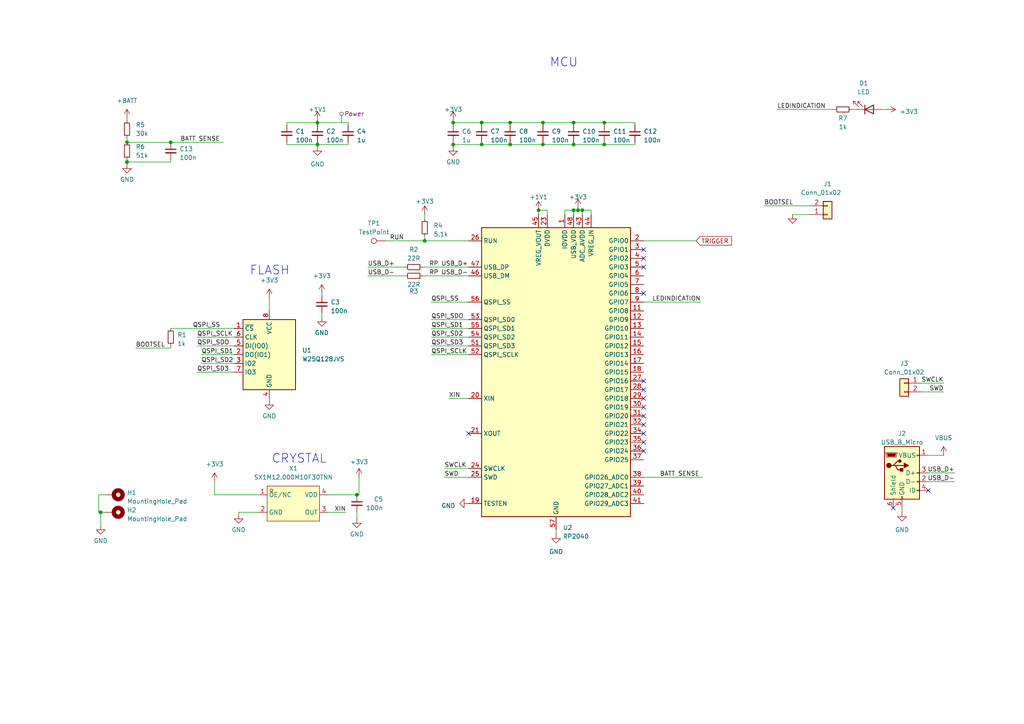
<source format=kicad_sch>
(kicad_sch (version 20231120) (generator "eeschema") (generator_version "8.0")
  (paper "A4")
  (lib_symbols
    (symbol "Connector:TestPoint" (pin_numbers hide) (pin_names (offset 0.762) hide)
      (property "Reference" "TP" (at 0 6.858 0))
      (property "Value" "TestPoint" (at 0 5.08 0))
      (symbol "TestPoint_0_1"
        (circle (center 0 3.302) (radius 0.762))
      )
      (symbol "TestPoint_1_1"
        (pin passive line (at 0 0 90) (length 2.54) (name "1") (number "1"))
      )
    )
    (symbol "Connector:USB_B_Micro" (pin_names (offset 1.016))
      (property "Reference" "J" (at -5.08 11.43 0))
      (property "Value" "USB_B_Micro" (at -5.08 8.89 0))
      (symbol "USB_B_Micro_0_1"
        (rectangle (start -5.08 -7.62) (end 5.08 7.62) (stroke (width 0.254)) (fill (type background)))
        (circle (center -3.81 2.159) (radius 0.635) (stroke (width 0.254)) (fill (type outline)))
        (circle (center -0.635 3.429) (radius 0.381) (stroke (width 0.254)) (fill (type outline)))
        (rectangle (start -0.127 -7.62) (end 0.127 -6.858))
        (polyline (pts (xy -1.905 2.159) (xy 0.635 2.159)) (stroke (width 0.254)))
        (polyline (pts (xy -3.175 2.159) (xy -2.54 2.159) (xy -1.27 3.429) (xy -0.635 3.429)) (stroke (width 0.254)))
        (polyline (pts (xy -2.54 2.159) (xy -1.905 2.159) (xy -1.27 0.889) (xy 0 0.889)) (stroke (width 0.254)))
        (polyline (pts (xy 0.635 2.794) (xy 0.635 1.524) (xy 1.905 2.159) (xy 0.635 2.794)) (stroke (width 0.254)) (fill (type outline)))
        (polyline (pts (xy -4.318 5.588) (xy -1.778 5.588) (xy -2.032 4.826) (xy -4.064 4.826) (xy -4.318 5.588)) (fill (type outline)))
        (polyline (pts (xy -4.699 5.842) (xy -4.699 5.588) (xy -4.445 4.826) (xy -4.445 4.572) (xy -1.651 4.572) (xy -1.651 4.826) (xy -1.397 5.588) (xy -1.397 5.842) (xy -4.699 5.842)))
        (rectangle (start 0.254 1.27) (end -0.508 0.508) (stroke (width 0.254)) (fill (type outline)))
        (rectangle (start 5.08 -5.207) (end 4.318 -4.953))
        (rectangle (start 5.08 -2.667) (end 4.318 -2.413))
        (rectangle (start 5.08 -0.127) (end 4.318 0.127))
        (rectangle (start 5.08 4.953) (end 4.318 5.207))
      )
      (symbol "USB_B_Micro_1_1"
        (pin power_out line (at 7.62 5.08 180) (length 2.54) (name "VBUS") (number "1"))
        (pin bidirectional line (at 7.62 -2.54 180) (length 2.54) (name "D-") (number "2"))
        (pin bidirectional line (at 7.62 0 180) (length 2.54) (name "D+") (number "3"))
        (pin passive line (at 7.62 -5.08 180) (length 2.54) (name "ID") (number "4"))
        (pin power_out line (at 0 -10.16 90) (length 2.54) (name "GND") (number "5"))
        (pin passive line (at -2.54 -10.16 90) (length 2.54) (name "Shield") (number "6"))
      )
    )
    (symbol "Connector_Generic:Conn_01x02" (pin_names (offset 1.016) hide)
      (property "Reference" "J" (at 0 2.54 0))
      (property "Value" "Conn_01x02" (at 0 -5.08 0))
      (symbol "Conn_01x02_1_1"
        (rectangle (start -1.27 -2.413) (end 0 -2.667) (stroke (width 0.1524)))
        (rectangle (start -1.27 0.127) (end 0 -0.127) (stroke (width 0.1524)))
        (rectangle (start -1.27 1.27) (end 1.27 -3.81) (stroke (width 0.254)) (fill (type background)))
        (pin passive line (at -5.08 0 0) (length 3.81) (name "Pin_1") (number "1"))
        (pin passive line (at -5.08 -2.54 0) (length 3.81) (name "Pin_2") (number "2"))
      )
    )
    (symbol "Device:C_Small" (pin_numbers hide) (pin_names (offset 0.254) hide)
      (property "Reference" "C" (at 0.254 1.778 0))
      (property "Value" "C_Small" (at 0.254 -2.032 0))
      (symbol "C_Small_0_1"
        (polyline (pts (xy -1.524 -0.508) (xy 1.524 -0.508)) (stroke (width 0.3302)))
        (polyline (pts (xy -1.524 0.508) (xy 1.524 0.508)) (stroke (width 0.3048)))
      )
      (symbol "C_Small_1_1"
        (pin passive line (at 0 2.54 270) (length 2.032) (name "~") (number "1"))
        (pin passive line (at 0 -2.54 90) (length 2.032) (name "~") (number "2"))
      )
    )
    (symbol "Device:LED" (pin_numbers hide) (pin_names (offset 1.016) hide)
      (property "Reference" "D" (at 0 2.54 0))
      (property "Value" "LED" (at 0 -2.54 0))
      (symbol "LED_0_1"
        (polyline (pts (xy -1.27 -1.27) (xy -1.27 1.27)) (stroke (width 0.254)))
        (polyline (pts (xy -1.27 0) (xy 1.27 0)))
        (polyline (pts (xy 1.27 -1.27) (xy 1.27 1.27) (xy -1.27 0) (xy 1.27 -1.27)) (stroke (width 0.254)))
        (polyline (pts (xy -3.048 -0.762) (xy -4.572 -2.286) (xy -3.81 -2.286) (xy -4.572 -2.286) (xy -4.572 -1.524)))
        (polyline (pts (xy -1.778 -0.762) (xy -3.302 -2.286) (xy -2.54 -2.286) (xy -3.302 -2.286) (xy -3.302 -1.524)))
      )
      (symbol "LED_1_1"
        (pin passive line (at -3.81 0 0) (length 2.54) (name "K") (number "1"))
        (pin passive line (at 3.81 0 180) (length 2.54) (name "A") (number "2"))
      )
    )
    (symbol "Device:R_Small" (pin_numbers hide) (pin_names (offset 0.254) hide)
      (property "Reference" "R" (at 0.762 0.508 0))
      (property "Value" "R_Small" (at 0.762 -1.016 0))
      (symbol "R_Small_0_1"
        (rectangle (start -0.762 1.778) (end 0.762 -1.778) (stroke (width 0.2032)))
      )
      (symbol "R_Small_1_1"
        (pin passive line (at 0 2.54 270) (length 0.762) (name "~") (number "1"))
        (pin passive line (at 0 -2.54 90) (length 0.762) (name "~") (number "2"))
      )
    )
    (symbol "GND_1" (power) (pin_numbers hide) (pin_names (offset 0) hide)
      (property "Value" "GND" (at 0 -3.81 0))
      (symbol "GND_1_0_1"
        (polyline (pts (xy 0 0) (xy 0 -1.27) (xy 1.27 -1.27) (xy 0 -2.54) (xy -1.27 -1.27) (xy 0 -1.27)))
      )
      (symbol "GND_1_1_1"
        (pin power_in line (at 0 0 270) (length 0) (name "~") (number "1"))
      )
    )
    (symbol "MCU_RaspberryPi:RP2040"
      (property "Reference" "U" (at 17.78 45.72 0))
      (property "Value" "RP2040" (at 17.78 43.18 0))
      (symbol "RP2040_0_1"
        (rectangle (start -21.59 41.91) (end 21.59 -41.91) (stroke (width 0.254)) (fill (type background)))
      )
      (symbol "RP2040_1_1"
        (pin power_in line (at 2.54 45.72 270) (length 3.81) (name "IOVDD") (number "1"))
        (pin passive line (at 2.54 45.72 270) (length 3.81) hide (name "IOVDD") (number "10"))
        (pin bidirectional line (at 25.4 17.78 180) (length 3.81) (name "GPIO8") (number "11"))
        (pin bidirectional line (at 25.4 15.24 180) (length 3.81) (name "GPIO9") (number "12"))
        (pin bidirectional line (at 25.4 12.7 180) (length 3.81) (name "GPIO10") (number "13"))
        (pin bidirectional line (at 25.4 10.16 180) (length 3.81) (name "GPIO11") (number "14"))
        (pin bidirectional line (at 25.4 7.62 180) (length 3.81) (name "GPIO12") (number "15"))
        (pin bidirectional line (at 25.4 5.08 180) (length 3.81) (name "GPIO13") (number "16"))
        (pin bidirectional line (at 25.4 2.54 180) (length 3.81) (name "GPIO14") (number "17"))
        (pin bidirectional line (at 25.4 0 180) (length 3.81) (name "GPIO15") (number "18"))
        (pin input line (at -25.4 -38.1 0) (length 3.81) (name "TESTEN") (number "19"))
        (pin bidirectional line (at 25.4 38.1 180) (length 3.81) (name "GPIO0") (number "2"))
        (pin input line (at -25.4 -7.62 0) (length 3.81) (name "XIN") (number "20"))
        (pin passive line (at -25.4 -17.78 0) (length 3.81) (name "XOUT") (number "21"))
        (pin passive line (at 2.54 45.72 270) (length 3.81) hide (name "IOVDD") (number "22"))
        (pin power_in line (at -2.54 45.72 270) (length 3.81) (name "DVDD") (number "23"))
        (pin output line (at -25.4 -27.94 0) (length 3.81) (name "SWCLK") (number "24"))
        (pin bidirectional line (at -25.4 -30.48 0) (length 3.81) (name "SWD") (number "25"))
        (pin input line (at -25.4 38.1 0) (length 3.81) (name "RUN") (number "26"))
        (pin bidirectional line (at 25.4 -2.54 180) (length 3.81) (name "GPIO16") (number "27"))
        (pin bidirectional line (at 25.4 -5.08 180) (length 3.81) (name "GPIO17") (number "28"))
        (pin bidirectional line (at 25.4 -7.62 180) (length 3.81) (name "GPIO18") (number "29"))
        (pin bidirectional line (at 25.4 35.56 180) (length 3.81) (name "GPIO1") (number "3"))
        (pin bidirectional line (at 25.4 -10.16 180) (length 3.81) (name "GPIO19") (number "30"))
        (pin bidirectional line (at 25.4 -12.7 180) (length 3.81) (name "GPIO20") (number "31"))
        (pin bidirectional line (at 25.4 -15.24 180) (length 3.81) (name "GPIO21") (number "32"))
        (pin passive line (at 2.54 45.72 270) (length 3.81) hide (name "IOVDD") (number "33"))
        (pin bidirectional line (at 25.4 -17.78 180) (length 3.81) (name "GPIO22") (number "34"))
        (pin bidirectional line (at 25.4 -20.32 180) (length 3.81) (name "GPIO23") (number "35"))
        (pin bidirectional line (at 25.4 -22.86 180) (length 3.81) (name "GPIO24") (number "36"))
        (pin bidirectional line (at 25.4 -25.4 180) (length 3.81) (name "GPIO25") (number "37"))
        (pin bidirectional line (at 25.4 -30.48 180) (length 3.81) (name "GPIO26_ADC0") (number "38"))
        (pin bidirectional line (at 25.4 -33.02 180) (length 3.81) (name "GPIO27_ADC1") (number "39"))
        (pin bidirectional line (at 25.4 33.02 180) (length 3.81) (name "GPIO2") (number "4"))
        (pin bidirectional line (at 25.4 -35.56 180) (length 3.81) (name "GPIO28_ADC2") (number "40"))
        (pin bidirectional line (at 25.4 -38.1 180) (length 3.81) (name "GPIO29_ADC3") (number "41"))
        (pin passive line (at 2.54 45.72 270) (length 3.81) hide (name "IOVDD") (number "42"))
        (pin power_in line (at 7.62 45.72 270) (length 3.81) (name "ADC_AVDD") (number "43"))
        (pin power_in line (at 10.16 45.72 270) (length 3.81) (name "VREG_IN") (number "44"))
        (pin power_out line (at -5.08 45.72 270) (length 3.81) (name "VREG_VOUT") (number "45"))
        (pin bidirectional line (at -25.4 27.94 0) (length 3.81) (name "USB_DM") (number "46"))
        (pin bidirectional line (at -25.4 30.48 0) (length 3.81) (name "USB_DP") (number "47"))
        (pin power_in line (at 5.08 45.72 270) (length 3.81) (name "USB_VDD") (number "48"))
        (pin passive line (at 2.54 45.72 270) (length 3.81) hide (name "IOVDD") (number "49"))
        (pin bidirectional line (at 25.4 30.48 180) (length 3.81) (name "GPIO3") (number "5"))
        (pin passive line (at -2.54 45.72 270) (length 3.81) hide (name "DVDD") (number "50"))
        (pin bidirectional line (at -25.4 7.62 0) (length 3.81) (name "QSPI_SD3") (number "51"))
        (pin output line (at -25.4 5.08 0) (length 3.81) (name "QSPI_SCLK") (number "52"))
        (pin bidirectional line (at -25.4 15.24 0) (length 3.81) (name "QSPI_SD0") (number "53"))
        (pin bidirectional line (at -25.4 10.16 0) (length 3.81) (name "QSPI_SD2") (number "54"))
        (pin bidirectional line (at -25.4 12.7 0) (length 3.81) (name "QSPI_SD1") (number "55"))
        (pin bidirectional line (at -25.4 20.32 0) (length 3.81) (name "QSPI_SS") (number "56"))
        (pin power_in line (at 0 -45.72 90) (length 3.81) (name "GND") (number "57"))
        (pin bidirectional line (at 25.4 27.94 180) (length 3.81) (name "GPIO4") (number "6"))
        (pin bidirectional line (at 25.4 25.4 180) (length 3.81) (name "GPIO5") (number "7"))
        (pin bidirectional line (at 25.4 22.86 180) (length 3.81) (name "GPIO6") (number "8"))
        (pin bidirectional line (at 25.4 20.32 180) (length 3.81) (name "GPIO7") (number "9"))
      )
    )
    (symbol "Mechanical:MountingHole_Pad" (pin_numbers hide) (pin_names (offset 1.016) hide)
      (property "Reference" "H" (at 0 6.35 0))
      (property "Value" "MountingHole_Pad" (at 0 4.445 0))
      (symbol "MountingHole_Pad_0_1"
        (circle (center 0 1.27) (radius 1.27) (stroke (width 1.27)))
      )
      (symbol "MountingHole_Pad_1_1"
        (pin input line (at 0 -2.54 90) (length 2.54) (name "1") (number "1"))
      )
    )
    (symbol "Memory_Flash:W25Q128JVS"
      (property "Reference" "U" (at -8.89 8.89 0))
      (property "Value" "W25Q128JVS" (at 7.62 8.89 0))
      (symbol "W25Q128JVS_0_1"
        (rectangle (start -7.62 10.16) (end 7.62 -10.16) (stroke (width 0.254)) (fill (type background)))
      )
      (symbol "W25Q128JVS_1_1"
        (pin input line (at -10.16 7.62 0) (length 2.54) (name "~{CS}") (number "1"))
        (pin bidirectional line (at -10.16 0 0) (length 2.54) (name "DO(IO1)") (number "2"))
        (pin bidirectional line (at -10.16 -2.54 0) (length 2.54) (name "IO2") (number "3"))
        (pin power_in line (at 0 -12.7 90) (length 2.54) (name "GND") (number "4"))
        (pin bidirectional line (at -10.16 2.54 0) (length 2.54) (name "DI(IO0)") (number "5"))
        (pin input line (at -10.16 5.08 0) (length 2.54) (name "CLK") (number "6"))
        (pin bidirectional line (at -10.16 -5.08 0) (length 2.54) (name "IO3") (number "7"))
        (pin power_in line (at 0 12.7 270) (length 2.54) (name "VCC") (number "8"))
      )
    )
    (symbol "easyeda2kicad:SX1M12.000M10F30TNN"
      (property "Reference" "X" (at 0 7.62 0))
      (property "Value" "SX1M12.000M10F30TNN" (at 0 -7.62 0))
      (symbol "SX1M12.000M10F30TNN_0_1"
        (rectangle (start -7.62 5.08) (end 7.62 -5.08) (fill (type background)))
        (circle (center -6.35 3.81) (radius 0.38))
        (pin unspecified line (at -10.16 2.54 0) (length 2.54) (name "OE/NC") (number "1"))
        (pin unspecified line (at -10.16 -2.54 0) (length 2.54) (name "GND") (number "2"))
        (pin unspecified line (at 10.16 -2.54 180) (length 2.54) (name "OUT") (number "3"))
        (pin unspecified line (at 10.16 2.54 180) (length 2.54) (name "VDD") (number "4"))
      )
    )
    (symbol "power:+12P" (power) (pin_names (offset 0))
      (property "Value" "+12P" (at 0 3.556 0))
      (symbol "+12P_0_1"
        (polyline (pts (xy -0.762 1.27) (xy 0 2.54)))
        (polyline (pts (xy 0 0) (xy 0 2.54)))
        (polyline (pts (xy 0 2.54) (xy 0.762 1.27)))
      )
      (symbol "+12P_1_1"
        (pin power_in line (at 0 0 90) (length 0) hide (name "+12P") (number "1"))
      )
    )
    (symbol "power:+1V1" (power) (pin_names (offset 0))
      (property "Value" "+1V1" (at 0 3.556 0))
      (symbol "+1V1_0_1"
        (polyline (pts (xy -0.762 1.27) (xy 0 2.54)))
        (polyline (pts (xy 0 0) (xy 0 2.54)))
        (polyline (pts (xy 0 2.54) (xy 0.762 1.27)))
      )
      (symbol "+1V1_1_1"
        (pin power_in line (at 0 0 90) (length 0) hide (name "+1V1") (number "1"))
      )
    )
    (symbol "power:+3V3" (power) (pin_names (offset 0))
      (property "Value" "+3V3" (at 0 3.556 0))
      (symbol "+3V3_0_1"
        (polyline (pts (xy -0.762 1.27) (xy 0 2.54)))
        (polyline (pts (xy 0 0) (xy 0 2.54)))
        (polyline (pts (xy 0 2.54) (xy 0.762 1.27)))
      )
      (symbol "+3V3_1_1"
        (pin power_in line (at 0 0 90) (length 0) hide (name "+3V3") (number "1"))
      )
    )
    (symbol "power:GND" (power) (pin_names (offset 0))
      (property "Value" "GND" (at 0 -3.81 0))
      (symbol "GND_0_1"
        (polyline (pts (xy 0 0) (xy 0 -1.27) (xy 1.27 -1.27) (xy 0 -2.54) (xy -1.27 -1.27) (xy 0 -1.27)))
      )
      (symbol "GND_1_1"
        (pin power_in line (at 0 0 270) (length 0) hide (name "GND") (number "1"))
      )
    )
    (symbol "power:VBUS" (power) (pin_names (offset 0))
      (property "Value" "VBUS" (at 0 3.81 0))
      (symbol "VBUS_0_1"
        (polyline (pts (xy -0.762 1.27) (xy 0 2.54)))
        (polyline (pts (xy 0 0) (xy 0 2.54)))
        (polyline (pts (xy 0 2.54) (xy 0.762 1.27)))
      )
      (symbol "VBUS_1_1"
        (pin power_in line (at 0 0 90) (length 0) hide (name "VBUS") (number "1"))
      )
    )
  )
  (junction (at 36.83 46.99))
  (junction (at 147.955 41.91))
  (junction (at 168.91 60.96))
  (junction (at 29.21 148.59))
  (junction (at 92.075 35.56))
  (junction (at 139.7 35.56))
  (junction (at 123.19 69.85))
  (junction (at 166.37 60.96))
  (junction (at 157.48 35.56))
  (junction (at 49.53 41.275))
  (junction (at 139.7 41.91))
  (junction (at 166.37 41.91))
  (junction (at 92.075 41.91))
  (junction (at 166.37 35.56))
  (junction (at 167.64 60.96))
  (junction (at 103.505 143.51))
  (junction (at 157.48 41.91))
  (junction (at 36.83 41.275))
  (junction (at 131.445 35.56))
  (junction (at 131.445 41.91))
  (junction (at 175.26 35.56))
  (junction (at 156.21 60.96))
  (junction (at 175.26 41.91))
  (junction (at 147.955 35.56))
  (no_connect (at 135.89 125.73))
  (no_connect (at 186.69 85.09))
  (no_connect (at 186.69 110.49))
  (no_connect (at 186.69 77.47))
  (no_connect (at 186.69 72.39))
  (no_connect (at 186.69 120.65))
  (no_connect (at 269.24 142.24))
  (no_connect (at 186.69 74.93))
  (no_connect (at 186.69 115.57))
  (no_connect (at 186.69 123.19))
  (no_connect (at 259.08 147.32))
  (no_connect (at 186.69 125.73))
  (no_connect (at 186.69 113.03))
  (no_connect (at 186.69 130.81))
  (no_connect (at 186.69 118.11))
  (no_connect (at 186.69 128.27))
  (wire (pts (xy 175.26 35.56) (xy 184.15 35.56)))
  (wire (pts (xy 147.955 35.56) (xy 147.955 36.195)))
  (wire (pts (xy 69.215 148.59) (xy 69.215 149.225)))
  (wire (pts (xy 175.26 41.91) (xy 175.26 41.275)))
  (wire (pts (xy 36.83 46.99) (xy 36.83 47.625)))
  (wire (pts (xy 186.69 138.43) (xy 203.835 138.43)))
  (wire (pts (xy 163.83 60.96) (xy 166.37 60.96)))
  (wire (pts (xy 166.37 60.96) (xy 166.37 62.23)))
  (wire (pts (xy 95.25 148.59) (xy 100.33 148.59)))
  (wire (pts (xy 74.93 148.59) (xy 69.215 148.59)))
  (wire (pts (xy 166.37 41.91) (xy 166.37 41.275)))
  (wire (pts (xy 168.91 60.96) (xy 168.91 62.23)))
  (wire (pts (xy 62.23 143.51) (xy 74.93 143.51)))
  (wire (pts (xy 58.42 102.87) (xy 67.945 102.87)))
  (wire (pts (xy 175.26 35.56) (xy 175.26 36.195)))
  (wire (pts (xy 161.29 154.94) (xy 161.29 153.67)))
  (wire (pts (xy 234.95 62.23) (xy 229.87 62.23)))
  (wire (pts (xy 255.905 31.75) (xy 257.175 31.75)))
  (wire (pts (xy 261.62 147.32) (xy 261.62 148.59)))
  (wire (pts (xy 168.91 60.96) (xy 171.45 60.96)))
  (wire (pts (xy 49.53 100.965) (xy 49.53 100.33)))
  (wire (pts (xy 103.505 148.59) (xy 103.505 150.495)))
  (wire (pts (xy 139.7 35.56) (xy 139.7 36.195)))
  (wire (pts (xy 49.53 95.25) (xy 67.945 95.25)))
  (wire (pts (xy 62.23 139.7) (xy 62.23 143.51)))
  (wire (pts (xy 234.95 59.69) (xy 221.615 59.69)))
  (wire (pts (xy 267.335 111.125) (xy 273.685 111.125)))
  (wire (pts (xy 36.83 40.005) (xy 36.83 41.275)))
  (wire (pts (xy 28.575 143.51) (xy 30.48 143.51)))
  (wire (pts (xy 123.19 62.23) (xy 123.19 63.5)))
  (wire (pts (xy 36.83 34.29) (xy 36.83 34.925)))
  (wire (pts (xy 39.37 100.965) (xy 49.53 100.965)))
  (wire (pts (xy 49.53 46.355) (xy 49.53 46.99)))
  (wire (pts (xy 167.64 60.325) (xy 167.64 60.96)))
  (wire (pts (xy 83.185 35.56) (xy 92.075 35.56)))
  (wire (pts (xy 125.095 102.87) (xy 135.89 102.87)))
  (wire (pts (xy 269.24 137.16) (xy 276.86 137.16)))
  (wire (pts (xy 93.345 85.09) (xy 93.345 85.725)))
  (wire (pts (xy 92.075 41.91) (xy 100.965 41.91)))
  (wire (pts (xy 157.48 35.56) (xy 157.48 36.195)))
  (wire (pts (xy 269.24 139.7) (xy 276.86 139.7)))
  (wire (pts (xy 123.19 69.85) (xy 135.89 69.85)))
  (wire (pts (xy 157.48 35.56) (xy 166.37 35.56)))
  (wire (pts (xy 156.21 60.96) (xy 156.21 62.23)))
  (wire (pts (xy 100.965 41.91) (xy 100.965 41.275)))
  (wire (pts (xy 147.955 41.91) (xy 157.48 41.91)))
  (wire (pts (xy 225.425 31.75) (xy 241.935 31.75)))
  (wire (pts (xy 28.575 148.59) (xy 28.575 143.51)))
  (wire (pts (xy 267.335 113.665) (xy 273.685 113.665)))
  (wire (pts (xy 67.945 97.79) (xy 57.15 97.79)))
  (wire (pts (xy 139.7 41.91) (xy 139.7 41.275)))
  (wire (pts (xy 157.48 41.91) (xy 157.48 41.275)))
  (wire (pts (xy 186.69 69.85) (xy 201.93 69.85)))
  (wire (pts (xy 157.48 41.91) (xy 166.37 41.91)))
  (wire (pts (xy 171.45 60.96) (xy 171.45 62.23)))
  (wire (pts (xy 131.445 41.91) (xy 131.445 42.545)))
  (wire (pts (xy 111.76 69.85) (xy 123.19 69.85)))
  (wire (pts (xy 139.7 35.56) (xy 147.955 35.56)))
  (wire (pts (xy 125.095 100.33) (xy 135.89 100.33)))
  (wire (pts (xy 269.24 132.08) (xy 273.685 132.08)))
  (wire (pts (xy 125.095 95.25) (xy 135.89 95.25)))
  (wire (pts (xy 104.14 143.51) (xy 103.505 143.51)))
  (wire (pts (xy 78.105 86.36) (xy 78.105 90.17)))
  (wire (pts (xy 36.83 46.99) (xy 49.53 46.99)))
  (wire (pts (xy 203.2 87.63) (xy 186.69 87.63)))
  (wire (pts (xy 92.075 41.91) (xy 92.075 42.545)))
  (wire (pts (xy 83.185 41.91) (xy 83.185 41.275)))
  (wire (pts (xy 36.83 46.355) (xy 36.83 46.99)))
  (wire (pts (xy 131.445 34.925) (xy 131.445 35.56)))
  (wire (pts (xy 166.37 60.96) (xy 167.64 60.96)))
  (wire (pts (xy 166.37 41.91) (xy 175.26 41.91)))
  (wire (pts (xy 139.7 41.91) (xy 147.955 41.91)))
  (wire (pts (xy 122.555 77.47) (xy 135.89 77.47)))
  (wire (pts (xy 156.21 60.96) (xy 158.75 60.96)))
  (wire (pts (xy 100.965 35.56) (xy 100.965 36.195)))
  (wire (pts (xy 83.185 35.56) (xy 83.185 36.195)))
  (wire (pts (xy 93.345 92.075) (xy 93.345 90.805)))
  (wire (pts (xy 106.68 77.47) (xy 117.475 77.47)))
  (wire (pts (xy 104.14 138.43) (xy 104.14 143.51)))
  (wire (pts (xy 36.83 41.275) (xy 49.53 41.275)))
  (wire (pts (xy 92.075 35.56) (xy 92.075 36.195)))
  (wire (pts (xy 106.68 80.01) (xy 117.475 80.01)))
  (wire (pts (xy 166.37 35.56) (xy 166.37 36.195)))
  (wire (pts (xy 123.19 68.58) (xy 123.19 69.85)))
  (wire (pts (xy 128.905 138.43) (xy 135.89 138.43)))
  (wire (pts (xy 78.105 116.205) (xy 78.105 115.57)))
  (wire (pts (xy 103.505 143.51) (xy 95.25 143.51)))
  (wire (pts (xy 29.21 148.59) (xy 30.48 148.59)))
  (wire (pts (xy 131.445 41.91) (xy 131.445 41.275)))
  (wire (pts (xy 247.015 31.75) (xy 248.285 31.75)))
  (wire (pts (xy 122.555 80.01) (xy 135.89 80.01)))
  (wire (pts (xy 92.075 35.56) (xy 100.965 35.56)))
  (wire (pts (xy 58.42 105.41) (xy 67.945 105.41)))
  (wire (pts (xy 67.945 100.33) (xy 57.15 100.33)))
  (wire (pts (xy 92.075 34.925) (xy 92.075 35.56)))
  (wire (pts (xy 83.185 41.91) (xy 92.075 41.91)))
  (wire (pts (xy 92.075 41.91) (xy 92.075 41.275)))
  (wire (pts (xy 184.15 35.56) (xy 184.15 36.195)))
  (wire (pts (xy 49.53 41.275) (xy 64.77 41.275)))
  (wire (pts (xy 167.64 60.96) (xy 168.91 60.96)))
  (wire (pts (xy 125.095 92.71) (xy 135.89 92.71)))
  (wire (pts (xy 147.955 35.56) (xy 157.48 35.56)))
  (wire (pts (xy 131.445 41.91) (xy 139.7 41.91)))
  (wire (pts (xy 131.445 35.56) (xy 131.445 36.195)))
  (wire (pts (xy 163.83 62.23) (xy 163.83 60.96)))
  (wire (pts (xy 184.15 41.91) (xy 184.15 41.275)))
  (wire (pts (xy 29.21 148.59) (xy 28.575 148.59)))
  (wire (pts (xy 67.945 107.95) (xy 57.15 107.95)))
  (wire (pts (xy 29.21 148.59) (xy 29.21 152.4)))
  (wire (pts (xy 125.095 97.79) (xy 135.89 97.79)))
  (wire (pts (xy 125.095 87.63) (xy 135.89 87.63)))
  (wire (pts (xy 131.445 35.56) (xy 139.7 35.56)))
  (wire (pts (xy 175.26 41.91) (xy 184.15 41.91)))
  (wire (pts (xy 128.905 135.89) (xy 135.89 135.89)))
  (wire (pts (xy 158.75 60.96) (xy 158.75 62.23)))
  (wire (pts (xy 147.955 41.91) (xy 147.955 41.275)))
  (wire (pts (xy 166.37 35.56) (xy 175.26 35.56)))
  (wire (pts (xy 135.89 115.57) (xy 130.175 115.57)))
  (text "CRYSTAL" (at 78.74 134.62 0) (effects (font (size 2.54 2.54)) (justify left bottom)))
  (text "MCU" (at 159.385 19.685 0) (effects (font (size 2.54 2.54)) (justify left bottom)))
  (text "FLASH" (at 72.39 80.01 0) (effects (font (size 2.54 2.54)) (justify left bottom)))
  (label "USB_D-" (at 106.68 80.01 0))
  (label "SWD" (at 273.685 113.665 180))
  (label "QSPI_SS" (at 55.88 95.25 0))
  (label "BATT SENSE " (at 64.77 41.275 180))
  (label "USB_D-" (at 276.86 139.7 180))
  (label "SWD" (at 128.905 138.43 0))
  (label "BATT SENSE " (at 203.835 138.43 180))
  (label "XIN" (at 130.175 115.57 0))
  (label "RUN" (at 113.03 69.85 0))
  (label "USB_D+" (at 106.68 77.47 0))
  (label "QSPI_SS" (at 125.095 87.63 0))
  (label "QSPI_SD1" (at 125.095 95.25 0))
  (label "LEDINDICATION" (at 225.425 31.75 0))
  (label "BOOTSEL" (at 39.37 100.965 0))
  (label "QSPI_SD3" (at 125.095 100.33 0))
  (label "SWCLK" (at 128.905 135.89 0))
  (label "QSPI_SDO" (at 125.095 92.71 0))
  (label "QSPI_SCLK" (at 57.15 97.79 0))
  (label "QSPI_SD2" (at 125.095 97.79 0))
  (label "QSPI_SCLK" (at 125.095 102.87 0))
  (label "USB_D+" (at 276.86 137.16 180))
  (label "QSPI_SD3" (at 57.15 107.95 0))
  (label "QSPI_SDO" (at 57.15 100.33 0))
  (label "RP USB_D-" (at 124.46 80.01 0))
  (label "XIN" (at 100.33 148.59 180))
  (label "RP USB_D+" (at 124.46 77.47 0))
  (label "BOOTSEL" (at 221.615 59.69 0))
  (label "QSPI_SD1" (at 58.42 102.87 0))
  (label "LEDINDICATION" (at 203.2 87.63 180))
  (label "QSPI_SD2" (at 58.42 105.41 0))
  (label "SWCLK" (at 273.685 111.125 180))
  (global_label "TRIGGER" (shape input) (at 201.93 69.85 0) (property "Intersheetrefs" "${INTERSHEET_REFS}" (effects (hide yes))))
  (netclass_flag "" (length 2.54) (shape round) (at 99.06 35.56 0) (property "Netclass" "Power" (at 99.7585 33.02 0) (effects (font (italic yes)) (justify left))))
  (symbol (lib_id "Device:LED") (at 252.095 31.75 0) (mirror x) (unit 1) (in_bom no)
    (property "Reference" "D1" (at 250.5075 24.13 0))
    (property "Value" "LED" (at 250.5075 26.67 0))
    (property "Footprint" "LED_SMD:LED_0805_2012Metric" (effects (hide yes)))
  )
  (symbol (lib_id "power:GND") (at 36.83 47.625 0) (unit 1)
    (property "Reference" "#PWR024" (effects (hide yes)))
    (property "Value" "GND" (at 36.83 52.07 0))
  )
  (symbol (lib_id "Device:C_Small") (at 139.7 38.735 0) (unit 1)
    (property "Reference" "C7" (at 142.24 38.1063 0) (effects (justify left)))
    (property "Value" "100n" (at 142.24 40.6463 0) (effects (justify left)))
    (property "Footprint" "Capacitor_SMD:C_0402_1005Metric" (effects (hide yes)))
    (property "LCSC Part" "C1525" (effects (hide yes)))
  )
  (symbol (lib_id "power:GND") (at 229.87 62.23 0) (mirror y) (unit 1)
    (property "Reference" "#PWR020" (effects (hide yes)))
    (property "Value" "GND" (effects (hide yes)))
  )
  (symbol (lib_id "Device:C_Small") (at 131.445 38.735 0) (unit 1)
    (property "Reference" "C6" (at 133.985 38.1063 0) (effects (justify left)))
    (property "Value" "1u" (at 133.985 40.6463 0) (effects (justify left)))
    (property "Footprint" "Capacitor_SMD:C_0402_1005Metric" (effects (hide yes)))
    (property "LCSC Part" "C52923" (effects (hide yes)))
  )
  (symbol (lib_id "power:GND") (at 93.345 92.075 0) (unit 1)
    (property "Reference" "#PWR09" (effects (hide yes)))
    (property "Value" "GND" (at 93.345 96.52 0))
  )
  (symbol (lib_id "Device:C_Small") (at 166.37 38.735 0) (unit 1)
    (property "Reference" "C10" (at 168.91 38.1063 0) (effects (justify left)))
    (property "Value" "100n" (at 168.91 40.6463 0) (effects (justify left)))
    (property "Footprint" "Capacitor_SMD:C_0402_1005Metric" (effects (hide yes)))
    (property "LCSC Part" "C1525" (effects (hide yes)))
  )
  (symbol (lib_id "power:GND") (at 161.29 154.94 0) (unit 1)
    (property "Reference" "#PWR017" (effects (hide yes)))
    (property "Value" "GND" (at 161.29 160.02 0))
  )
  (symbol (lib_id "power:GND") (at 69.215 149.225 0) (mirror y) (unit 1)
    (property "Reference" "#PWR03" (effects (hide yes)))
    (property "Value" "GND" (at 69.215 153.67 0))
  )
  (symbol (lib_id "power:+1V1") (at 156.21 60.96 0) (unit 1)
    (property "Reference" "#PWR016" (effects (hide yes)))
    (property "Value" "+1V1" (at 156.21 57.15 0))
  )
  (symbol (lib_id "Device:R_Small") (at 120.015 77.47 90) (unit 1)
    (property "Reference" "R2" (at 120.015 72.39 90))
    (property "Value" "22R" (at 120.015 74.93 90))
    (property "Footprint" "Resistor_SMD:R_0402_1005Metric" (effects (hide yes)))
    (property "LCSC Part" "C25092" (effects (hide yes)))
  )
  (symbol (lib_id "Connector_Generic:Conn_01x02") (at 262.255 111.125 0) (mirror y) (unit 1) (in_bom no)
    (property "Reference" "J3" (at 262.255 105.41 0))
    (property "Value" "Conn_01x02" (at 262.255 107.95 0))
    (property "Footprint" "Jumper:SolderJumper-2_P1.3mm_Open_Pad1.0x1.5mm" (effects (hide yes)))
  )
  (symbol (lib_id "Device:C_Small") (at 184.15 38.735 0) (unit 1)
    (property "Reference" "C12" (at 186.69 38.1063 0) (effects (justify left)))
    (property "Value" "100n" (at 186.69 40.6463 0) (effects (justify left)))
    (property "Footprint" "Capacitor_SMD:C_0402_1005Metric" (effects (hide yes)))
    (property "LCSC Part" "C1525" (effects (hide yes)))
  )
  (symbol (lib_id "power:+3V3") (at 123.19 62.23 0) (unit 1)
    (property "Reference" "#PWR012" (effects (hide yes)))
    (property "Value" "+3V3" (at 123.19 58.42 0))
  )
  (symbol (lib_id "power:GND") (at 261.62 148.59 0) (unit 1)
    (property "Reference" "#PWR021" (effects (hide yes)))
    (property "Value" "GND" (at 261.62 153.67 0))
  )
  (symbol (lib_id "power:GND") (at 135.89 146.05 270) (unit 1)
    (property "Reference" "#PWR015" (effects (hide yes)))
    (property "Value" "GND" (at 132.08 146.685 90) (effects (justify right)))
  )
  (symbol (lib_id "power:GND") (at 92.075 42.545 0) (unit 1)
    (property "Reference" "#PWR07" (effects (hide yes)))
    (property "Value" "GND" (at 92.075 47.625 0))
  )
  (symbol (lib_id "Device:C_Small") (at 92.075 38.735 0) (unit 1)
    (property "Reference" "C2" (at 94.615 38.1063 0) (effects (justify left)))
    (property "Value" "100n" (at 94.615 40.6463 0) (effects (justify left)))
    (property "Footprint" "Capacitor_SMD:C_0402_1005Metric" (effects (hide yes)))
    (property "LCSC Part" "C1525" (effects (hide yes)))
  )
  (symbol (lib_id "power:+3V3") (at 131.445 34.925 0) (unit 1)
    (property "Reference" "#PWR013" (effects (hide yes)))
    (property "Value" "+3V3" (at 131.445 31.75 0))
  )
  (symbol (lib_id "Device:C_Small") (at 157.48 38.735 0) (unit 1)
    (property "Reference" "C9" (at 160.02 38.1063 0) (effects (justify left)))
    (property "Value" "100n" (at 160.02 40.6463 0) (effects (justify left)))
    (property "Footprint" "Capacitor_SMD:C_0402_1005Metric" (effects (hide yes)))
    (property "LCSC Part" "C1525" (effects (hide yes)))
  )
  (symbol (lib_id "power:VBUS") (at 273.685 132.08 0) (unit 1)
    (property "Reference" "#PWR022" (effects (hide yes)))
    (property "Value" "VBUS" (at 273.685 127 0))
  )
  (symbol (lib_id "power:+3V3") (at 257.175 31.75 270) (unit 1)
    (property "Reference" "#PWR023" (effects (hide yes)))
    (property "Value" "+3V3" (at 260.985 32.385 90) (effects (justify left)))
  )
  (symbol (lib_id "Device:C_Small") (at 100.965 38.735 0) (unit 1)
    (property "Reference" "C4" (at 103.505 38.1063 0) (effects (justify left)))
    (property "Value" "1u" (at 103.505 40.6463 0) (effects (justify left)))
    (property "Footprint" "Capacitor_SMD:C_0402_1005Metric" (effects (hide yes)))
    (property "LCSC Part" "C52923" (effects (hide yes)))
  )
  (symbol (lib_id "power:+3V3") (at 78.105 86.36 0) (unit 1)
    (property "Reference" "#PWR04" (effects (hide yes)))
    (property "Value" "+3V3" (at 78.105 81.28 0))
  )
  (symbol (lib_name "GND_1") (lib_id "power:GND") (at 103.505 150.495 0) (unit 1)
    (property "Reference" "#PWR010" (effects (hide yes)))
    (property "Value" "GND" (at 103.505 154.94 0))
    (property "Description" "Power symbol creates a global label with name \"GND\" , ground" (effects (hide yes)))
  )
  (symbol (lib_id "Device:R_Small") (at 49.53 97.79 0) (unit 1)
    (property "Reference" "R1" (at 51.435 97.155 0) (effects (justify left)))
    (property "Value" "1k" (at 51.435 99.695 0) (effects (justify left)))
    (property "Footprint" "Resistor_SMD:R_0402_1005Metric" (effects (hide yes)))
    (property "LCSC Part" "C11702" (effects (hide yes)))
  )
  (symbol (lib_id "Device:R_Small") (at 120.015 80.01 270) (unit 1)
    (property "Reference" "R3" (at 120.015 84.455 90))
    (property "Value" "22R" (at 120.015 82.55 90))
    (property "Footprint" "Resistor_SMD:R_0402_1005Metric" (effects (hide yes)))
    (property "LCSC Part" "C25092" (effects (hide yes)))
  )
  (symbol (lib_id "power:GND") (at 78.105 116.205 0) (unit 1)
    (property "Reference" "#PWR05" (effects (hide yes)))
    (property "Value" "GND" (at 78.105 120.65 0))
  )
  (symbol (lib_id "Device:R_Small") (at 244.475 31.75 90) (unit 1)
    (property "Reference" "R7" (at 244.475 34.29 90))
    (property "Value" "1k" (at 244.475 36.83 90))
    (property "Footprint" "Resistor_SMD:R_0402_1005Metric" (effects (hide yes)))
    (property "LCSC Part" "C11702" (effects (hide yes)))
  )
  (symbol (lib_id "power:+1V1") (at 92.075 34.925 0) (unit 1)
    (property "Reference" "#PWR06" (effects (hide yes)))
    (property "Value" "+1V1" (at 92.075 31.75 0))
  )
  (symbol (lib_id "Device:C_Small") (at 93.345 88.265 0) (unit 1)
    (property "Reference" "C3" (at 95.885 87.6363 0) (effects (justify left)))
    (property "Value" "100n" (at 95.885 90.1763 0) (effects (justify left)))
    (property "Footprint" "Capacitor_SMD:C_0402_1005Metric" (effects (hide yes)))
    (property "LCSC Part" "C1525" (effects (hide yes)))
  )
  (symbol (lib_id "Mechanical:MountingHole_Pad") (at 33.02 143.51 270) (unit 1) (exclude_from_sim yes) (in_bom no)
    (property "Reference" "H1" (at 36.83 142.875 90) (effects (justify left)))
    (property "Value" "MountingHole_Pad" (at 36.83 145.415 90) (effects (justify left)))
    (property "Footprint" "MountingHole:MountingHole_2.2mm_M2_DIN965_Pad" (effects (hide yes)))
  )
  (symbol (lib_id "Device:R_Small") (at 36.83 43.815 0) (unit 1)
    (property "Reference" "R6" (at 39.37 42.5449 0) (effects (justify left)))
    (property "Value" "51k" (at 39.37 45.0849 0) (effects (justify left)))
    (property "Footprint" "Resistor_SMD:R_0402_1005Metric" (effects (hide yes)))
  )
  (symbol (lib_id "Connector:USB_B_Micro") (at 261.62 137.16 0) (unit 1)
    (property "Reference" "J2" (at 261.62 125.73 0))
    (property "Value" "USB_B_Micro" (at 261.62 128.27 0))
    (property "Footprint" "easyeda2kicad:MICRO-USB-SMD_U254-051T-4BHJ25-F2S" (effects (hide yes)))
    (property "LCSC Part" "C381143" (effects (hide yes)))
  )
  (symbol (lib_id "power:+3V3") (at 167.64 60.325 0) (unit 1)
    (property "Reference" "#PWR018" (effects (hide yes)))
    (property "Value" "+3V3" (at 167.64 57.15 0))
  )
  (symbol (lib_id "Device:C_Small") (at 49.53 43.815 0) (unit 1)
    (property "Reference" "C13" (at 52.07 43.1863 0) (effects (justify left)))
    (property "Value" "100n" (at 52.07 45.7263 0) (effects (justify left)))
    (property "Footprint" "Capacitor_SMD:C_0402_1005Metric" (effects (hide yes)))
    (property "LCSC Part" "C1525" (effects (hide yes)))
  )
  (symbol (lib_id "Connector:TestPoint") (at 111.76 69.85 90) (unit 1) (in_bom no)
    (property "Reference" "TP1" (at 108.458 64.77 90))
    (property "Value" "TestPoint" (at 108.458 67.31 90))
    (property "Footprint" "TestPoint:TestPoint_Pad_1.0x1.0mm" (effects (hide yes)))
    (property "Description" "test point" (effects (hide yes)))
  )
  (symbol (lib_id "Device:R_Small") (at 36.83 37.465 0) (unit 1)
    (property "Reference" "R5" (at 39.37 36.1949 0) (effects (justify left)))
    (property "Value" "30k" (at 39.37 38.7349 0) (effects (justify left)))
    (property "Footprint" "Resistor_SMD:R_0402_1005Metric" (effects (hide yes)))
    (property "Description" "Resistor, small symbol" (effects (hide yes)))
    (property "LCSC Part" "C25105" (effects (hide yes)))
  )
  (symbol (lib_id "power:+3V3") (at 93.345 85.09 0) (unit 1)
    (property "Reference" "#PWR08" (effects (hide yes)))
    (property "Value" "+3V3" (at 93.345 80.01 0))
  )
  (symbol (lib_id "Mechanical:MountingHole_Pad") (at 33.02 148.59 270) (unit 1) (exclude_from_sim yes) (in_bom no)
    (property "Reference" "H2" (at 36.83 147.955 90) (effects (justify left)))
    (property "Value" "MountingHole_Pad" (at 36.83 150.495 90) (effects (justify left)))
    (property "Footprint" "MountingHole:MountingHole_2.2mm_M2_DIN965_Pad" (effects (hide yes)))
  )
  (symbol (lib_id "Device:C_Small") (at 83.185 38.735 0) (unit 1)
    (property "Reference" "C1" (at 85.725 38.1063 0) (effects (justify left)))
    (property "Value" "100n" (at 85.725 40.6463 0) (effects (justify left)))
    (property "Footprint" "Capacitor_SMD:C_0402_1005Metric" (effects (hide yes)))
    (property "LCSC Part" "C1525" (effects (hide yes)))
  )
  (symbol (lib_id "Device:C_Small") (at 175.26 38.735 0) (unit 1)
    (property "Reference" "C11" (at 177.8 38.1063 0) (effects (justify left)))
    (property "Value" "100n" (at 177.8 40.6463 0) (effects (justify left)))
    (property "Footprint" "Capacitor_SMD:C_0402_1005Metric" (effects (hide yes)))
    (property "LCSC Part" "C1525" (effects (hide yes)))
  )
  (symbol (lib_id "power:GND") (at 131.445 42.545 0) (unit 1)
    (property "Reference" "#PWR014" (effects (hide yes)))
    (property "Value" "GND" (at 131.445 46.99 0))
  )
  (symbol (lib_id "power:+3V3") (at 104.14 138.43 0) (unit 1)
    (property "Reference" "#PWR011" (effects (hide yes)))
    (property "Value" "+3V3" (at 104.14 133.985 0))
  )
  (symbol (lib_id "Device:C_Small") (at 147.955 38.735 0) (unit 1)
    (property "Reference" "C8" (at 150.495 38.1063 0) (effects (justify left)))
    (property "Value" "100n" (at 150.495 40.64 0) (effects (justify left)))
    (property "Footprint" "Capacitor_SMD:C_0402_1005Metric" (effects (hide yes)))
    (property "LCSC Part" "C1525" (effects (hide yes)))
  )
  (symbol (lib_id "Memory_Flash:W25Q128JVS") (at 78.105 102.87 0) (unit 1)
    (property "Reference" "U1" (at 87.63 101.6 0) (effects (justify left)))
    (property "Value" "W25Q128JVS" (at 87.63 104.14 0) (effects (justify left)))
    (property "Footprint" "Package_SO:SOIC-8_5.23x5.23mm_P1.27mm" (effects (hide yes)))
    (property "Datasheet" "http://www.winbond.com/resource-files/w25q128jv_dtr%20revc%2003272018%20plus.pdf" (effects (hide yes)))
    (property "LCSC Part" "C97521" (effects (hide yes)))
  )
  (symbol (lib_id "Device:C_Small") (at 103.505 146.05 0) (mirror y) (unit 1)
    (property "Reference" "C5" (at 111.125 144.78 0) (effects (justify left)))
    (property "Value" "100n" (at 111.125 147.32 0) (effects (justify left)))
    (property "Footprint" "Capacitor_SMD:C_0402_1005Metric" (effects (hide yes)))
    (property "LCSC Part" "C1525" (effects (hide yes)))
  )
  (symbol (lib_id "Connector_Generic:Conn_01x02") (at 240.03 62.23 0) (mirror x) (unit 1) (in_bom no)
    (property "Reference" "J1" (at 240.03 53.34 0))
    (property "Value" "Conn_01x02" (at 238.125 55.88 0))
    (property "Footprint" "Jumper:SolderJumper-2_P1.3mm_Open_RoundedPad1.0x1.5mm" (effects (hide yes)))
  )
  (symbol (lib_id "Device:R_Small") (at 123.19 66.04 0) (unit 1)
    (property "Reference" "R4" (at 125.73 65.405 0) (effects (justify left)))
    (property "Value" "5.1k" (at 125.73 67.945 0) (effects (justify left)))
    (property "Footprint" "Resistor_SMD:R_0402_1005Metric" (effects (hide yes)))
    (property "LCSC Part" "C25905" (effects (hide yes)))
  )
  (symbol (lib_id "easyeda2kicad:SX1M12.000M10F30TNN") (at 85.09 146.05 0) (unit 1)
    (property "Reference" "X1" (at 85.09 135.89 0))
    (property "Value" "SX1M12.000M10F30TNN" (at 85.09 138.43 0))
    (property "Footprint" "easyeda2kicad:OSC-SMD_4P-L2.0-W1.6-BL" (effects (hide yes)))
    (property "LCSC Part" "C2901608" (effects (hide yes)))
  )
  (symbol (lib_id "power:+3V3") (at 62.23 139.7 0) (unit 1)
    (property "Reference" "#PWR02" (effects (hide yes)))
    (property "Value" "+3V3" (at 62.23 134.62 0))
  )
  (symbol (lib_id "power:GND") (at 29.21 152.4 0) (unit 1)
    (property "Reference" "#PWR01" (effects (hide yes)))
    (property "Value" "GND" (at 29.21 156.845 0))
  )
  (symbol (lib_id "MCU_RaspberryPi:RP2040") (at 161.29 107.95 0) (unit 1)
    (property "Reference" "U2" (at 163.2459 153.035 0) (effects (justify left)))
    (property "Value" "RP2040" (at 163.2459 155.575 0) (effects (justify left)))
    (property "Footprint" "Package_DFN_QFN:QFN-56-1EP_7x7mm_P0.4mm_EP3.2x3.2mm" (effects (hide yes)))
    (property "Datasheet" "https://datasheets.raspberrypi.com/rp2040/rp2040-datasheet.pdf" (effects (hide yes)))
    (property "LCSC Part" "C2040" (effects (hide yes)))
  )
  (symbol (lib_id "power:+12P") (at 36.83 34.29 0) (unit 1)
    (property "Reference" "#PWR019" (effects (hide yes)))
    (property "Value" "+BATT" (at 36.83 29.21 0))
  )
)
</source>
